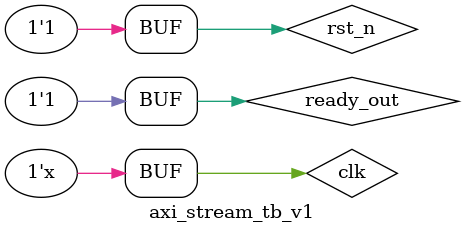
<source format=v>
`timescale 1ns / 1ps

module axi_stream_tb_v1;


    parameter DATA_WD = 32;
    parameter DATA_BYTE_WD = DATA_WD/8;
    parameter BYTE_CNT_WD = $clog2(DATA_BYTE_WD);


    reg clk;
    reg rst_n;


    wire valid_in;
    wire [DATA_WD-1:0] data_in;
    wire [DATA_BYTE_WD-1:0] keep_in;
    wire las_in;

    wire valid_insert;
    wire [DATA_WD-1:0] data_insert;
    wire [DATA_BYTE_WD-1:0] keep_insert;
    wire [BYTE_CNT_WD:0] byte_insert_cnt;


    wire ready_in;
    wire valid_out;
    wire [DATA_WD-1:0] data_out;
    wire [DATA_BYTE_WD-1:0] keep_out;
    wire last_out;
    reg ready_out;


    axi_input #(
        .DATA_WD(DATA_WD),
        .DATA_BYTE_WD(DATA_BYTE_WD),
        .BYTE_CNT_WD(BYTE_CNT_WD)
    ) gen_inst (
        .clk(clk),
        .rst_n(rst_n),
        .valid_in(valid_in),
        .data_in(data_in),
        .keep_in(keep_in),
        .las_in(las_in),
        .valid_insert(valid_insert),
        .data_insert(data_insert),
        .keep_insert(keep_insert),
        .byte_insert_cnt(byte_insert_cnt)
    );


    axi_stream_insert_header_v3 #(
        .DATA_WD(DATA_WD)
    ) uut (
        .clk(clk),
        .rst_n(rst_n),
        .valid_in(valid_in),
        .data_in(data_in),
        .keep_in(keep_in),
        .las_in(las_in),
        .ready_in(ready_in),
        .valid_out(valid_out),
        .data_out(data_out),
        .keep_out(keep_out),
        .last_out(last_out),
        .ready_out(ready_out),
        .valid_insert(valid_insert),
        .data_insert(data_insert),
        .keep_insert(keep_insert),
        .byte_insert_cnt(byte_insert_cnt),
        .ready_insert()
    );

    initial begin

        clk = 0;
        rst_n = 0;
        ready_out = 1; 

      
        #105;
         rst_n = 1;  

    end


    always #5 clk = ~clk;

endmodule

</source>
